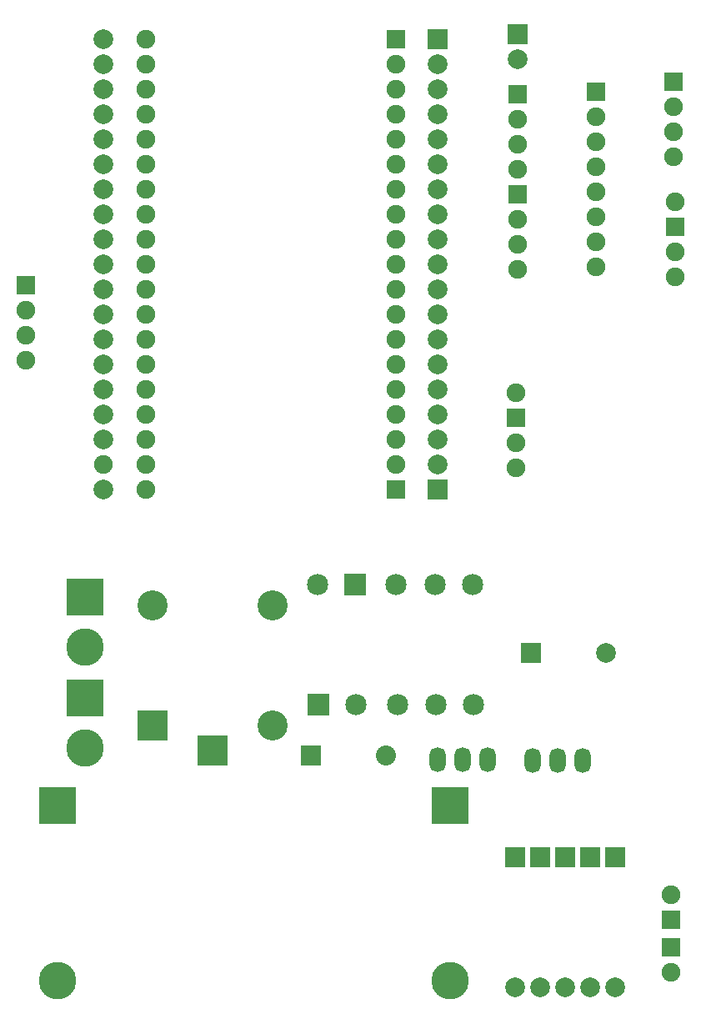
<source format=gbr>
%TF.GenerationSoftware,Altium Limited,Altium Designer,21.3.2 (30)*%
G04 Layer_Color=255*
%FSLAX25Y25*%
%MOIN*%
%TF.SameCoordinates,C3D6B9D7-463A-470E-9858-FE52AE1E130A*%
%TF.FilePolarity,Positive*%
%TF.FileFunction,Pads,Bot*%
%TF.Part,Single*%
G01*
G75*
%TA.AperFunction,ComponentPad*%
%ADD13R,0.07500X0.07500*%
%ADD14C,0.07500*%
%ADD15C,0.15000*%
%ADD16R,0.15000X0.15000*%
%ADD17R,0.08000X0.08000*%
%ADD18C,0.08000*%
%ADD19C,0.12000*%
%ADD20R,0.12000X0.12000*%
%ADD21R,0.15000X0.15000*%
%ADD22R,0.08500X0.08500*%
%ADD23C,0.08500*%
%ADD24R,0.07500X0.07500*%
%ADD25C,0.07906*%
%ADD26R,0.07906X0.07906*%
%ADD27R,0.07906X0.07906*%
%ADD28O,0.06600X0.10000*%
D13*
X158000Y214000D02*
D03*
Y394000D02*
D03*
D14*
Y224000D02*
D03*
Y234000D02*
D03*
Y244000D02*
D03*
Y254000D02*
D03*
Y264000D02*
D03*
Y274000D02*
D03*
Y284000D02*
D03*
Y294000D02*
D03*
Y304000D02*
D03*
Y314000D02*
D03*
Y324000D02*
D03*
Y334000D02*
D03*
Y344000D02*
D03*
Y354000D02*
D03*
Y364000D02*
D03*
Y374000D02*
D03*
Y384000D02*
D03*
X58000Y394000D02*
D03*
Y384000D02*
D03*
Y374000D02*
D03*
Y364000D02*
D03*
Y354000D02*
D03*
Y344000D02*
D03*
Y334000D02*
D03*
Y324000D02*
D03*
Y314000D02*
D03*
Y304000D02*
D03*
Y294000D02*
D03*
Y284000D02*
D03*
Y274000D02*
D03*
Y264000D02*
D03*
Y254000D02*
D03*
Y244000D02*
D03*
Y234000D02*
D03*
Y224000D02*
D03*
Y214000D02*
D03*
X269500Y299000D02*
D03*
Y309000D02*
D03*
Y329000D02*
D03*
X41000Y224000D02*
D03*
X238000Y363000D02*
D03*
Y353000D02*
D03*
Y343000D02*
D03*
Y333000D02*
D03*
Y323000D02*
D03*
Y313000D02*
D03*
Y303000D02*
D03*
X206500Y302000D02*
D03*
Y312000D02*
D03*
Y322000D02*
D03*
Y342000D02*
D03*
Y352000D02*
D03*
Y362000D02*
D03*
X268000Y21000D02*
D03*
Y52000D02*
D03*
X206000Y222500D02*
D03*
Y232500D02*
D03*
Y252500D02*
D03*
X269000Y367000D02*
D03*
Y357000D02*
D03*
Y347000D02*
D03*
X10000Y285500D02*
D03*
Y275500D02*
D03*
Y265500D02*
D03*
D15*
X22500Y17500D02*
D03*
X179500D02*
D03*
X33500Y151000D02*
D03*
Y110500D02*
D03*
D16*
X22500Y87500D02*
D03*
X179500D02*
D03*
D17*
X124000Y107500D02*
D03*
D18*
X154000D02*
D03*
D19*
X108500Y119500D02*
D03*
X60500Y167500D02*
D03*
X108500D02*
D03*
D20*
X84500Y109500D02*
D03*
X60500Y119500D02*
D03*
D21*
X33500Y171000D02*
D03*
Y130500D02*
D03*
D22*
X127000Y128000D02*
D03*
X141500Y176000D02*
D03*
D23*
X126500D02*
D03*
X158500Y128000D02*
D03*
X158000Y176000D02*
D03*
X173500D02*
D03*
X174000Y128000D02*
D03*
X142000D02*
D03*
X188500Y176000D02*
D03*
X189000Y128000D02*
D03*
D24*
X269500Y319000D02*
D03*
X238000Y373000D02*
D03*
X206500Y332000D02*
D03*
Y372000D02*
D03*
X268000Y31000D02*
D03*
Y42000D02*
D03*
X206000Y242500D02*
D03*
X269000Y377000D02*
D03*
X10000Y295500D02*
D03*
D25*
X41000Y214000D02*
D03*
Y234000D02*
D03*
Y244000D02*
D03*
Y254000D02*
D03*
Y264000D02*
D03*
Y274000D02*
D03*
Y284000D02*
D03*
Y294000D02*
D03*
Y304000D02*
D03*
Y314000D02*
D03*
Y324000D02*
D03*
Y334000D02*
D03*
Y344000D02*
D03*
Y354000D02*
D03*
Y364000D02*
D03*
Y374000D02*
D03*
Y384000D02*
D03*
Y394000D02*
D03*
X205500Y15000D02*
D03*
X215500D02*
D03*
X225500D02*
D03*
X235500D02*
D03*
X245500D02*
D03*
X174500Y384000D02*
D03*
Y374000D02*
D03*
Y364000D02*
D03*
Y354000D02*
D03*
Y344000D02*
D03*
Y334000D02*
D03*
Y324000D02*
D03*
Y314000D02*
D03*
Y304000D02*
D03*
Y294000D02*
D03*
Y284000D02*
D03*
Y274000D02*
D03*
Y264000D02*
D03*
Y254000D02*
D03*
Y244000D02*
D03*
Y234000D02*
D03*
Y224000D02*
D03*
X206500Y386000D02*
D03*
X242000Y148500D02*
D03*
D26*
X245500Y67000D02*
D03*
X235500D02*
D03*
X225500D02*
D03*
X215500D02*
D03*
X205500D02*
D03*
X212000Y148450D02*
D03*
D27*
X174500Y394000D02*
D03*
Y214000D02*
D03*
X206500Y396000D02*
D03*
D28*
X212500Y105500D02*
D03*
X222500D02*
D03*
X232500D02*
D03*
X174500Y106000D02*
D03*
X184500D02*
D03*
X194500D02*
D03*
%TF.MD5,a63f94a4c463c436a19d19e04645186c*%
M02*

</source>
